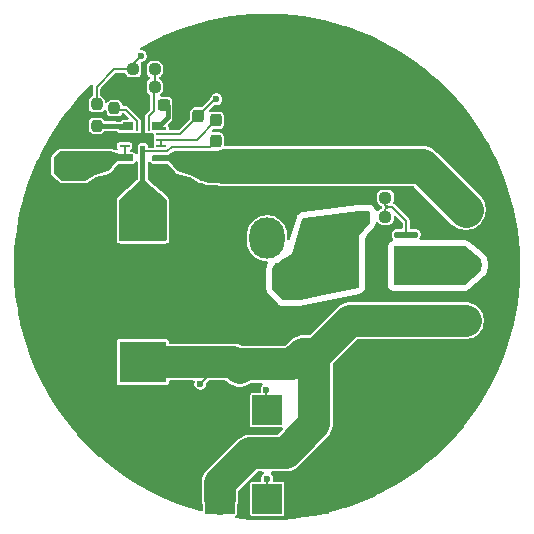
<source format=gtl>
%TF.GenerationSoftware,KiCad,Pcbnew,9.0.6*%
%TF.CreationDate,2025-12-14T23:52:50+01:00*%
%TF.ProjectId,ledConnect,6c656443-6f6e-46e6-9563-742e6b696361,rev?*%
%TF.SameCoordinates,Original*%
%TF.FileFunction,Copper,L1,Top*%
%TF.FilePolarity,Positive*%
%FSLAX46Y46*%
G04 Gerber Fmt 4.6, Leading zero omitted, Abs format (unit mm)*
G04 Created by KiCad (PCBNEW 9.0.6) date 2025-12-14 23:52:50*
%MOMM*%
%LPD*%
G01*
G04 APERTURE LIST*
G04 Aperture macros list*
%AMRoundRect*
0 Rectangle with rounded corners*
0 $1 Rounding radius*
0 $2 $3 $4 $5 $6 $7 $8 $9 X,Y pos of 4 corners*
0 Add a 4 corners polygon primitive as box body*
4,1,4,$2,$3,$4,$5,$6,$7,$8,$9,$2,$3,0*
0 Add four circle primitives for the rounded corners*
1,1,$1+$1,$2,$3*
1,1,$1+$1,$4,$5*
1,1,$1+$1,$6,$7*
1,1,$1+$1,$8,$9*
0 Add four rect primitives between the rounded corners*
20,1,$1+$1,$2,$3,$4,$5,0*
20,1,$1+$1,$4,$5,$6,$7,0*
20,1,$1+$1,$6,$7,$8,$9,0*
20,1,$1+$1,$8,$9,$2,$3,0*%
%AMFreePoly0*
4,1,17,0.635355,0.585355,0.650000,0.550000,0.650000,-0.550000,0.635355,-0.585355,0.600000,-0.600000,-0.600000,-0.600000,-0.635355,-0.585355,-0.650000,-0.550000,-0.650000,0.200000,-0.635355,0.235355,-0.600000,0.250000,-0.250000,0.250000,-0.250000,0.550000,-0.235355,0.585355,-0.200000,0.600000,0.600000,0.600000,0.635355,0.585355,0.635355,0.585355,$1*%
%AMFreePoly1*
4,1,17,0.585355,0.325355,0.600000,0.290000,0.600000,-0.310000,0.585355,-0.345355,0.550000,-0.360000,-0.200000,-0.360000,-0.235355,-0.345355,-0.250000,-0.310000,-0.250000,0.100000,-0.570000,0.100000,-0.605355,0.114645,-0.620000,0.150000,-0.620000,0.290000,-0.605355,0.325355,-0.570000,0.340000,0.550000,0.340000,0.585355,0.325355,0.585355,0.325355,$1*%
%AMFreePoly2*
4,1,17,0.605355,0.325355,0.620000,0.290000,0.620000,0.150000,0.605355,0.114645,0.570000,0.100000,0.250000,0.100000,0.250000,-0.310000,0.235355,-0.345355,0.200000,-0.360000,-0.550000,-0.360000,-0.585355,-0.345355,-0.600000,-0.310000,-0.600000,0.290000,-0.585355,0.325355,-0.550000,0.340000,0.570000,0.340000,0.605355,0.325355,0.605355,0.325355,$1*%
%AMFreePoly3*
4,1,17,0.235355,0.585355,0.250000,0.550000,0.250000,0.250000,0.600000,0.250000,0.635355,0.235355,0.650000,0.200000,0.650000,-0.550000,0.635355,-0.585355,0.600000,-0.600000,-0.600000,-0.600000,-0.635355,-0.585355,-0.650000,-0.550000,-0.650000,0.550000,-0.635355,0.585355,-0.600000,0.600000,0.200000,0.600000,0.235355,0.585355,0.235355,0.585355,$1*%
G04 Aperture macros list end*
%TA.AperFunction,SMDPad,CuDef*%
%ADD10R,2.500000X2.500000*%
%TD*%
%TA.AperFunction,SMDPad,CuDef*%
%ADD11RoundRect,0.250000X1.100000X-0.412500X1.100000X0.412500X-1.100000X0.412500X-1.100000X-0.412500X0*%
%TD*%
%TA.AperFunction,SMDPad,CuDef*%
%ADD12RoundRect,0.237500X-0.237500X0.300000X-0.237500X-0.300000X0.237500X-0.300000X0.237500X0.300000X0*%
%TD*%
%TA.AperFunction,SMDPad,CuDef*%
%ADD13RoundRect,0.237500X0.237500X-0.250000X0.237500X0.250000X-0.237500X0.250000X-0.237500X-0.250000X0*%
%TD*%
%TA.AperFunction,SMDPad,CuDef*%
%ADD14FreePoly0,180.000000*%
%TD*%
%TA.AperFunction,SMDPad,CuDef*%
%ADD15R,1.100000X0.400000*%
%TD*%
%TA.AperFunction,SMDPad,CuDef*%
%ADD16R,0.850000X0.250000*%
%TD*%
%TA.AperFunction,SMDPad,CuDef*%
%ADD17FreePoly1,180.000000*%
%TD*%
%TA.AperFunction,SMDPad,CuDef*%
%ADD18R,0.250000X0.700000*%
%TD*%
%TA.AperFunction,SMDPad,CuDef*%
%ADD19R,0.250000X0.850000*%
%TD*%
%TA.AperFunction,SMDPad,CuDef*%
%ADD20FreePoly2,180.000000*%
%TD*%
%TA.AperFunction,SMDPad,CuDef*%
%ADD21FreePoly3,180.000000*%
%TD*%
%TA.AperFunction,SMDPad,CuDef*%
%ADD22R,0.400000X3.000000*%
%TD*%
%TA.AperFunction,SMDPad,CuDef*%
%ADD23O,2.050000X0.590000*%
%TD*%
%TA.AperFunction,SMDPad,CuDef*%
%ADD24RoundRect,0.237500X-0.250000X-0.237500X0.250000X-0.237500X0.250000X0.237500X-0.250000X0.237500X0*%
%TD*%
%TA.AperFunction,SMDPad,CuDef*%
%ADD25R,4.000000X3.500000*%
%TD*%
%TA.AperFunction,SMDPad,CuDef*%
%ADD26RoundRect,0.237500X0.237500X-0.300000X0.237500X0.300000X-0.237500X0.300000X-0.237500X-0.300000X0*%
%TD*%
%TA.AperFunction,SMDPad,CuDef*%
%ADD27RoundRect,0.250000X-0.475000X0.337500X-0.475000X-0.337500X0.475000X-0.337500X0.475000X0.337500X0*%
%TD*%
%TA.AperFunction,ComponentPad*%
%ADD28O,2.700000X1.800000*%
%TD*%
%TA.AperFunction,ComponentPad*%
%ADD29C,1.600000*%
%TD*%
%TA.AperFunction,SMDPad,CuDef*%
%ADD30RoundRect,0.237500X0.300000X0.237500X-0.300000X0.237500X-0.300000X-0.237500X0.300000X-0.237500X0*%
%TD*%
%TA.AperFunction,SMDPad,CuDef*%
%ADD31RoundRect,0.237500X0.250000X0.237500X-0.250000X0.237500X-0.250000X-0.237500X0.250000X-0.237500X0*%
%TD*%
%TA.AperFunction,ComponentPad*%
%ADD32O,3.000000X3.500000*%
%TD*%
%TA.AperFunction,ViaPad*%
%ADD33C,0.600000*%
%TD*%
%TA.AperFunction,Conductor*%
%ADD34C,2.700000*%
%TD*%
%TA.AperFunction,Conductor*%
%ADD35C,0.200000*%
%TD*%
%TA.AperFunction,Conductor*%
%ADD36C,2.500000*%
%TD*%
%TA.AperFunction,Conductor*%
%ADD37C,3.000000*%
%TD*%
%TA.AperFunction,Conductor*%
%ADD38C,0.400000*%
%TD*%
G04 APERTURE END LIST*
D10*
%TO.P,TP6,1,1*%
%TO.N,GND*%
X156810000Y-112500000D03*
%TD*%
D11*
%TO.P,Cout1,1*%
%TO.N,VDC*%
X150482500Y-101452500D03*
%TO.P,Cout1,2*%
%TO.N,GND*%
X150482500Y-98327500D03*
%TD*%
D12*
%TO.P,Cinx1,1*%
%TO.N,VIN2*%
X145732500Y-84007500D03*
%TO.P,Cinx1,2*%
%TO.N,GND*%
X145732500Y-85732500D03*
%TD*%
D10*
%TO.P,TP3,1,1*%
%TO.N,VDC*%
X148810000Y-112500000D03*
%TD*%
D13*
%TO.P,Rt1,1*%
%TO.N,Net-(U2-RT)*%
X139882500Y-79432500D03*
%TO.P,Rt1,2*%
%TO.N,GND*%
X139882500Y-77607500D03*
%TD*%
D12*
%TO.P,Cinx2,1*%
%TO.N,VIN2*%
X138852500Y-84037500D03*
%TO.P,Cinx2,2*%
%TO.N,GND*%
X138852500Y-85762500D03*
%TD*%
D14*
%TO.P,U2,1,PGND2*%
%TO.N,GND*%
X143662500Y-85030000D03*
D15*
%TO.P,U2,2,VIN2*%
%TO.N,VIN2*%
X143702500Y-83670000D03*
D16*
%TO.P,U2,3,RBOOT*%
%TO.N,CBOOT*%
X143832500Y-82600000D03*
%TO.P,U2,4,CBOOT*%
X143832500Y-82100000D03*
%TO.P,U2,5,BIAS*%
%TO.N,VDC*%
X143832500Y-81600000D03*
D17*
%TO.P,U2,6,VCC*%
%TO.N,Net-(U2-VCC)*%
X143682500Y-80950000D03*
D18*
%TO.P,U2,7,FB*%
%TO.N,FB*%
X142782500Y-81000000D03*
D19*
%TO.P,U2,8,AGND*%
%TO.N,GND*%
X142282500Y-81070000D03*
D18*
%TO.P,U2,9,RT*%
%TO.N,Net-(U2-RT)*%
X141782500Y-81000000D03*
D20*
%TO.P,U2,10,~{RESET}*%
%TO.N,Net-(U2-~{RESET})*%
X140882500Y-80950000D03*
D16*
%TO.P,U2,11,SPSP*%
%TO.N,GND*%
X140732500Y-81600000D03*
%TO.P,U2,12,SYNC/MODE*%
X140732500Y-82100000D03*
%TO.P,U2,13,EN*%
%TO.N,VIN2*%
X140732500Y-82600000D03*
D15*
%TO.P,U2,14,VIN1*%
X140862500Y-83670000D03*
D21*
%TO.P,U2,15,PGND1*%
%TO.N,GND*%
X140912500Y-85030000D03*
D22*
%TO.P,U2,16,SW*%
%TO.N,Net-(U2-SW)*%
X142282500Y-84080000D03*
%TD*%
D23*
%TO.P,Q1,1,S*%
%TO.N,Net-(Q1-S-Pad1)*%
X164582500Y-93937500D03*
%TO.P,Q1,2,S*%
X164582500Y-92657500D03*
%TO.P,Q1,3,S*%
X164582500Y-91397500D03*
%TO.P,Q1,4,G*%
%TO.N,Net-(Q1-G)*%
X164582500Y-90127500D03*
%TO.P,Q1,5,D*%
%TO.N,VIN*%
X159042500Y-90127500D03*
%TO.P,Q1,6,D*%
X159042500Y-91397500D03*
%TO.P,Q1,7,D*%
X159042500Y-92657500D03*
%TO.P,Q1,8,D*%
X159042500Y-93937500D03*
%TD*%
D24*
%TO.P,R1,1*%
%TO.N,VIN*%
X161000000Y-88600000D03*
%TO.P,R1,2*%
%TO.N,Net-(Q1-G)*%
X162825000Y-88600000D03*
%TD*%
D25*
%TO.P,L1,1,1*%
%TO.N,Net-(U2-SW)*%
X142282500Y-88920000D03*
%TO.P,L1,2,2*%
%TO.N,VDC*%
X142282500Y-100920000D03*
%TD*%
D10*
%TO.P,TP5,1,1*%
%TO.N,LED_DATA*%
X152810000Y-105000000D03*
%TD*%
D26*
%TO.P,Cbias1,1*%
%TO.N,VDC*%
X146982500Y-80082500D03*
%TO.P,Cbias1,2*%
%TO.N,GND*%
X146982500Y-78357500D03*
%TD*%
D27*
%TO.P,Cin2,1*%
%TO.N,VIN2*%
X136572500Y-84532500D03*
%TO.P,Cin2,2*%
%TO.N,GND*%
X136572500Y-86607500D03*
%TD*%
D26*
%TO.P,Cboot1,1*%
%TO.N,Net-(U2-SW)*%
X148482500Y-82182500D03*
%TO.P,Cboot1,2*%
%TO.N,CBOOT*%
X148482500Y-80457500D03*
%TD*%
D28*
%TO.P,SW1,1,1*%
%TO.N,VIN2*%
X169612500Y-88000000D03*
%TO.P,SW1,2,2*%
%TO.N,Net-(Q1-S-Pad1)*%
X169612500Y-92700000D03*
%TO.P,SW1,3,3*%
%TO.N,VDC*%
X169612500Y-97400000D03*
%TD*%
D13*
%TO.P,Rreset1,1*%
%TO.N,Net-(U2-~{RESET})*%
X138382500Y-80912500D03*
%TO.P,Rreset1,2*%
%TO.N,VDC*%
X138382500Y-79087500D03*
%TD*%
D10*
%TO.P,TP2,1,1*%
%TO.N,LED_DATA*%
X152800000Y-112500000D03*
%TD*%
%TO.P,TP4,1,1*%
%TO.N,VDC*%
X156810000Y-105000000D03*
%TD*%
D29*
%TO.P,C1,1,1*%
%TO.N,VDC*%
X155832500Y-100200000D03*
%TO.P,C1,2,2*%
%TO.N,GND*%
X160832500Y-100200000D03*
%TD*%
D27*
%TO.P,Cin1,1*%
%TO.N,VIN2*%
X147982500Y-84482500D03*
%TO.P,Cin1,2*%
%TO.N,GND*%
X147982500Y-86557500D03*
%TD*%
D30*
%TO.P,Cvcc1,1*%
%TO.N,Net-(U2-VCC)*%
X144045000Y-79120000D03*
%TO.P,Cvcc1,2*%
%TO.N,GND*%
X142320000Y-79120000D03*
%TD*%
D31*
%TO.P,R2,1*%
%TO.N,Net-(Q1-G)*%
X162825000Y-87000000D03*
%TO.P,R2,2*%
%TO.N,GND*%
X161000000Y-87000000D03*
%TD*%
D24*
%TO.P,Rfbb1,1*%
%TO.N,GND*%
X141457500Y-77620000D03*
%TO.P,Rfbb1,2*%
%TO.N,FB*%
X143282500Y-77620000D03*
%TD*%
D10*
%TO.P,TP1,1,1*%
%TO.N,GND*%
X148810000Y-105000000D03*
%TD*%
D31*
%TO.P,Rfbt1,1*%
%TO.N,FB*%
X143295000Y-76120000D03*
%TO.P,Rfbt1,2*%
%TO.N,VDC*%
X141470000Y-76120000D03*
%TD*%
D32*
%TO.P,U1,1,1*%
%TO.N,GND*%
X150812500Y-93900000D03*
%TO.P,U1,2,2*%
%TO.N,LED_DATA*%
X152812500Y-90440000D03*
%TO.P,U1,3,3*%
%TO.N,VIN*%
X154812500Y-93900000D03*
%TD*%
D33*
%TO.N,VDC*%
X147150000Y-102760000D03*
X148510000Y-78660000D03*
X142110000Y-75000000D03*
%TO.N,LED_DATA*%
X152810000Y-110775000D03*
X152750000Y-103250000D03*
%TO.N,VIN2*%
X135314764Y-85080000D03*
X135312500Y-84320000D03*
X146732500Y-84270000D03*
X136174764Y-83380000D03*
X149252500Y-85080000D03*
X137834764Y-84270000D03*
X146995918Y-83514609D03*
X148392500Y-83380000D03*
X135524764Y-83640000D03*
X136884764Y-83380000D03*
X149042500Y-83640000D03*
X137571346Y-83514609D03*
X147682500Y-83380000D03*
X149242500Y-84320000D03*
%TD*%
D34*
%TO.N,VDC*%
X156810000Y-105000000D02*
X156810000Y-100390000D01*
X154912500Y-101120000D02*
X155832500Y-100200000D01*
X159800000Y-97400000D02*
X157000000Y-100200000D01*
X156810000Y-100390000D02*
X157000000Y-100200000D01*
X154370000Y-108630000D02*
X151370000Y-108630000D01*
D35*
X139880000Y-76120000D02*
X138382500Y-77617500D01*
X148457500Y-101452500D02*
X150482500Y-101452500D01*
X145465000Y-81600000D02*
X146982500Y-80082500D01*
D34*
X148810000Y-111190000D02*
X148810000Y-112500000D01*
D35*
X147150000Y-102760000D02*
X148457500Y-101452500D01*
D34*
X169612500Y-97400000D02*
X159800000Y-97400000D01*
X156810000Y-106190000D02*
X154370000Y-108630000D01*
X142282500Y-100920000D02*
X149950000Y-100920000D01*
D35*
X143832500Y-81600000D02*
X145465000Y-81600000D01*
X148405000Y-78660000D02*
X148510000Y-78660000D01*
X146982500Y-80082500D02*
X148405000Y-78660000D01*
X138382500Y-77617500D02*
X138382500Y-79087500D01*
X141470000Y-76120000D02*
X141470000Y-75640000D01*
D34*
X149950000Y-100920000D02*
X150482500Y-101452500D01*
D35*
X141470000Y-76120000D02*
X139880000Y-76120000D01*
X141470000Y-75640000D02*
X142110000Y-75000000D01*
D34*
X151370000Y-108630000D02*
X148810000Y-111190000D01*
X155832500Y-100200000D02*
X157000000Y-100200000D01*
X150482500Y-101452500D02*
X150815000Y-101120000D01*
X150815000Y-101120000D02*
X154912500Y-101120000D01*
X156810000Y-105000000D02*
X156810000Y-106190000D01*
D35*
%TO.N,CBOOT*%
X143832500Y-82100000D02*
X143832500Y-82600000D01*
X146840000Y-82100000D02*
X143832500Y-82100000D01*
X148482500Y-80457500D02*
X146840000Y-82100000D01*
%TO.N,Net-(U2-SW)*%
X142282500Y-84080000D02*
X142282500Y-83120000D01*
X147975000Y-82690000D02*
X144712500Y-82690000D01*
X144322500Y-83080000D02*
X142482500Y-83080000D01*
X148482500Y-82182500D02*
X147975000Y-82690000D01*
X144712500Y-82690000D02*
X144322500Y-83080000D01*
X142482500Y-83080000D02*
X142282500Y-83280000D01*
X142282500Y-83280000D02*
X142282500Y-84080000D01*
%TO.N,Net-(Q1-G)*%
X163025000Y-87800000D02*
X162825000Y-87600000D01*
X163412500Y-87800000D02*
X163025000Y-87800000D01*
X164582500Y-90127500D02*
X164582500Y-88970000D01*
X162825000Y-87600000D02*
X162825000Y-87000000D01*
X163012500Y-87800000D02*
X162825000Y-87987500D01*
X162825000Y-87987500D02*
X162825000Y-88600000D01*
X164582500Y-88970000D02*
X163412500Y-87800000D01*
%TO.N,LED_DATA*%
X152750000Y-103250000D02*
X152750000Y-104940000D01*
X152810000Y-112490000D02*
X152800000Y-112500000D01*
X152810000Y-110775000D02*
X152810000Y-112490000D01*
X152750000Y-104940000D02*
X152810000Y-105000000D01*
%TO.N,VIN2*%
X140732500Y-83540000D02*
X140862500Y-83670000D01*
X140732500Y-82600000D02*
X140732500Y-83540000D01*
D36*
X149080000Y-84482500D02*
X147982500Y-84482500D01*
D34*
X149242500Y-84320000D02*
X149080000Y-84482500D01*
D37*
X165932500Y-84320000D02*
X149242500Y-84320000D01*
X169612500Y-88000000D02*
X165932500Y-84320000D01*
D38*
%TO.N,Net-(U2-VCC)*%
X144372500Y-80190000D02*
X144352500Y-80210000D01*
X144252500Y-79120000D02*
X144372500Y-79240000D01*
X144352500Y-80280000D02*
X143682500Y-80950000D01*
X144372500Y-79240000D02*
X144372500Y-80190000D01*
X144352500Y-80210000D02*
X144352500Y-80280000D01*
X144045000Y-79120000D02*
X144252500Y-79120000D01*
D35*
%TO.N,FB*%
X142782500Y-81000000D02*
X142782500Y-80110000D01*
X142782500Y-80110000D02*
X143192500Y-79700000D01*
X143282500Y-77620000D02*
X143282500Y-76132500D01*
X143192500Y-79700000D02*
X143192500Y-77710000D01*
X143192500Y-77710000D02*
X143282500Y-77620000D01*
X143282500Y-76132500D02*
X143295000Y-76120000D01*
D38*
%TO.N,Net-(U2-~{RESET})*%
X139862500Y-80912500D02*
X138382500Y-80912500D01*
X139900000Y-80950000D02*
X139862500Y-80912500D01*
X140882500Y-80950000D02*
X139900000Y-80950000D01*
D35*
%TO.N,Net-(U2-RT)*%
X139882500Y-79432500D02*
X140010000Y-79560000D01*
X141793500Y-80491008D02*
X141793500Y-81000000D01*
X140010000Y-79560000D02*
X140862492Y-79560000D01*
X140862492Y-79560000D02*
X141793500Y-80491008D01*
%TD*%
%TA.AperFunction,Conductor*%
%TO.N,Net-(U2-SW)*%
G36*
X142443039Y-82599685D02*
G01*
X142488794Y-82652489D01*
X142500000Y-82704000D01*
X142500000Y-85580000D01*
X144248350Y-87133003D01*
X144285398Y-87192240D01*
X144290000Y-87225709D01*
X144290000Y-90556000D01*
X144270315Y-90623039D01*
X144217511Y-90668794D01*
X144166000Y-90680000D01*
X140394000Y-90680000D01*
X140326961Y-90660315D01*
X140281206Y-90607511D01*
X140270000Y-90556000D01*
X140270000Y-87225916D01*
X140289685Y-87158877D01*
X140311908Y-87132981D01*
X142070000Y-85580000D01*
X142070000Y-82704000D01*
X142072550Y-82695314D01*
X142071262Y-82686353D01*
X142082240Y-82662312D01*
X142089685Y-82636961D01*
X142096525Y-82631033D01*
X142100287Y-82622797D01*
X142122521Y-82608507D01*
X142142489Y-82591206D01*
X142153003Y-82588918D01*
X142159065Y-82585023D01*
X142194000Y-82580000D01*
X142376000Y-82580000D01*
X142443039Y-82599685D01*
G37*
%TD.AperFunction*%
%TD*%
%TA.AperFunction,Conductor*%
%TO.N,VIN*%
G36*
X161455539Y-88119685D02*
G01*
X161501294Y-88172489D01*
X161512500Y-88224000D01*
X161512500Y-89055736D01*
X161492815Y-89122775D01*
X161484471Y-89134257D01*
X160612500Y-90199999D01*
X160612500Y-94499893D01*
X160592815Y-94566932D01*
X160540011Y-94612687D01*
X160514644Y-94621106D01*
X157188496Y-95338510D01*
X155702814Y-95658952D01*
X155525422Y-95697213D01*
X155499278Y-95700000D01*
X154167725Y-95700000D01*
X154100686Y-95680315D01*
X154075559Y-95658954D01*
X153244330Y-94735367D01*
X153214116Y-94672369D01*
X153212500Y-94652416D01*
X153212500Y-93129271D01*
X153225590Y-93073818D01*
X153450578Y-92623843D01*
X153498163Y-92572687D01*
X153514003Y-92564752D01*
X153699197Y-92488043D01*
X153926303Y-92356924D01*
X154134351Y-92197282D01*
X154136532Y-92195100D01*
X154168762Y-92171868D01*
X154912500Y-91800000D01*
X155789753Y-88778349D01*
X155827348Y-88719457D01*
X155890815Y-88690238D01*
X155893408Y-88689886D01*
X160604836Y-88100958D01*
X160620216Y-88100000D01*
X161388500Y-88100000D01*
X161455539Y-88119685D01*
G37*
%TD.AperFunction*%
%TD*%
%TA.AperFunction,Conductor*%
%TO.N,VIN2*%
G36*
X149358802Y-83089685D02*
G01*
X149379444Y-83106319D01*
X149786181Y-83513056D01*
X149819666Y-83574379D01*
X149822500Y-83600737D01*
X149822500Y-84930994D01*
X149802815Y-84998033D01*
X149779858Y-85024573D01*
X149187491Y-85539579D01*
X149123983Y-85568709D01*
X149106133Y-85570000D01*
X147215594Y-85570000D01*
X147153807Y-85553510D01*
X147129567Y-85539579D01*
X146312500Y-85070000D01*
X146312498Y-85069999D01*
X146312496Y-85069998D01*
X145219028Y-84760344D01*
X145159888Y-84723138D01*
X145158024Y-84720979D01*
X144482500Y-83920000D01*
X144482499Y-83920000D01*
X143206500Y-83920000D01*
X143139461Y-83900315D01*
X143093706Y-83847511D01*
X143082500Y-83796000D01*
X143082500Y-83504500D01*
X143102185Y-83437461D01*
X143154989Y-83391706D01*
X143206500Y-83380500D01*
X144362060Y-83380500D01*
X144362062Y-83380500D01*
X144438489Y-83360021D01*
X144507011Y-83320460D01*
X144562960Y-83264511D01*
X144610883Y-83216587D01*
X144661574Y-83185914D01*
X145014439Y-83075643D01*
X145051425Y-83070000D01*
X149291763Y-83070000D01*
X149358802Y-83089685D01*
G37*
%TD.AperFunction*%
%TD*%
%TA.AperFunction,Conductor*%
%TO.N,VIN2*%
G36*
X139552824Y-83075643D02*
G01*
X140334764Y-83320000D01*
X141360764Y-83320000D01*
X141427803Y-83339685D01*
X141473558Y-83392489D01*
X141484764Y-83444000D01*
X141484764Y-83796000D01*
X141465079Y-83863039D01*
X141412275Y-83908794D01*
X141360764Y-83920000D01*
X140084764Y-83920000D01*
X139646728Y-84439384D01*
X139409239Y-84720979D01*
X139350971Y-84759536D01*
X139348235Y-84760344D01*
X138254767Y-85069998D01*
X137413457Y-85553510D01*
X137351670Y-85570000D01*
X135461131Y-85570000D01*
X135394092Y-85550315D01*
X135379773Y-85539579D01*
X134787406Y-85024573D01*
X134749729Y-84965732D01*
X134744764Y-84930994D01*
X134744764Y-83600737D01*
X134764449Y-83533698D01*
X134781083Y-83513056D01*
X135187820Y-83106319D01*
X135249143Y-83072834D01*
X135275501Y-83070000D01*
X139515839Y-83070000D01*
X139552824Y-83075643D01*
G37*
%TD.AperFunction*%
%TD*%
%TA.AperFunction,Conductor*%
%TO.N,Net-(Q1-S-Pad1)*%
G36*
X169536652Y-91119685D02*
G01*
X169546223Y-91126497D01*
X170876497Y-92171712D01*
X170917050Y-92228608D01*
X170921479Y-92244897D01*
X171007636Y-92675682D01*
X171007636Y-92724319D01*
X170920894Y-93158027D01*
X170888444Y-93219904D01*
X170880000Y-93227856D01*
X169547327Y-94370148D01*
X169483616Y-94398831D01*
X169466629Y-94400000D01*
X163636500Y-94400000D01*
X163569461Y-94380315D01*
X163523706Y-94327511D01*
X163512500Y-94276000D01*
X163512500Y-91224000D01*
X163532185Y-91156961D01*
X163584989Y-91111206D01*
X163636500Y-91100000D01*
X169469613Y-91100000D01*
X169536652Y-91119685D01*
G37*
%TD.AperFunction*%
%TD*%
%TA.AperFunction,Conductor*%
%TO.N,GND*%
G36*
X153258357Y-71405186D02*
G01*
X154139093Y-71441615D01*
X154144171Y-71441930D01*
X155022658Y-71514724D01*
X155027673Y-71515243D01*
X155902426Y-71624281D01*
X155907497Y-71625019D01*
X156776953Y-71770106D01*
X156781962Y-71771049D01*
X157644687Y-71951944D01*
X157649654Y-71953093D01*
X158245622Y-72104012D01*
X158504166Y-72169484D01*
X158509109Y-72170845D01*
X159353954Y-72422367D01*
X159358784Y-72423915D01*
X160008366Y-72646916D01*
X160192506Y-72710132D01*
X160197318Y-72711896D01*
X160352203Y-72772332D01*
X161018509Y-73032325D01*
X161023173Y-73034257D01*
X161662064Y-73314501D01*
X161830448Y-73388361D01*
X161835069Y-73390502D01*
X162627039Y-73777673D01*
X162631479Y-73779958D01*
X163406768Y-74199523D01*
X163411212Y-74202049D01*
X163566024Y-74294297D01*
X164127493Y-74628860D01*
X164168442Y-74653260D01*
X164172790Y-74655974D01*
X164910733Y-75138096D01*
X164914964Y-75140988D01*
X165632346Y-75653188D01*
X165636427Y-75656231D01*
X165859357Y-75829744D01*
X166332037Y-76197646D01*
X166336016Y-76200877D01*
X166693376Y-76503545D01*
X166890747Y-76670710D01*
X167008638Y-76770558D01*
X167012476Y-76773946D01*
X167200761Y-76947275D01*
X167661015Y-77370969D01*
X167664713Y-77374518D01*
X168287981Y-77997786D01*
X168291530Y-78001484D01*
X168888549Y-78650019D01*
X168891941Y-78653861D01*
X169461622Y-79326483D01*
X169464853Y-79330462D01*
X169723110Y-79662270D01*
X170006262Y-80026064D01*
X170009311Y-80030153D01*
X170521511Y-80747535D01*
X170524403Y-80751766D01*
X171006525Y-81489709D01*
X171009239Y-81494057D01*
X171460450Y-82251287D01*
X171462982Y-82255743D01*
X171495300Y-82315462D01*
X171882531Y-83031002D01*
X171884835Y-83035478D01*
X172256632Y-83796000D01*
X172271983Y-83827401D01*
X172274138Y-83832051D01*
X172628227Y-84639290D01*
X172630188Y-84644025D01*
X172950603Y-85465181D01*
X172952367Y-85469993D01*
X173238576Y-86303690D01*
X173240140Y-86308571D01*
X173491654Y-87153391D01*
X173493015Y-87158333D01*
X173709403Y-88012832D01*
X173710558Y-88017825D01*
X173891447Y-88880523D01*
X173892395Y-88885560D01*
X174037479Y-89755001D01*
X174038218Y-89760073D01*
X174147251Y-90634785D01*
X174147779Y-90639883D01*
X174220567Y-91518309D01*
X174220885Y-91523425D01*
X174257313Y-92404142D01*
X174257419Y-92409266D01*
X174257419Y-93290733D01*
X174257313Y-93295857D01*
X174220885Y-94176574D01*
X174220567Y-94181690D01*
X174147779Y-95060116D01*
X174147251Y-95065214D01*
X174038218Y-95939926D01*
X174037479Y-95944998D01*
X173892395Y-96814439D01*
X173891447Y-96819476D01*
X173710558Y-97682174D01*
X173709403Y-97687167D01*
X173493015Y-98541666D01*
X173491654Y-98546608D01*
X173240140Y-99391428D01*
X173238576Y-99396309D01*
X172952367Y-100230006D01*
X172950603Y-100234818D01*
X172630188Y-101055974D01*
X172628227Y-101060709D01*
X172274138Y-101867948D01*
X172271983Y-101872598D01*
X171884845Y-102664501D01*
X171882521Y-102669017D01*
X171779779Y-102858868D01*
X171462982Y-103444256D01*
X171460450Y-103448712D01*
X171009239Y-104205942D01*
X171006525Y-104210290D01*
X170524403Y-104948233D01*
X170521511Y-104952464D01*
X170009311Y-105669846D01*
X170006247Y-105673955D01*
X169464853Y-106369537D01*
X169461622Y-106373516D01*
X168891941Y-107046138D01*
X168888549Y-107049980D01*
X168291530Y-107698515D01*
X168287981Y-107702213D01*
X167664713Y-108325481D01*
X167661015Y-108329030D01*
X167012480Y-108926049D01*
X167008638Y-108929441D01*
X166336016Y-109499122D01*
X166332037Y-109502353D01*
X165636455Y-110043747D01*
X165632346Y-110046811D01*
X164914964Y-110559011D01*
X164910733Y-110561903D01*
X164172790Y-111044025D01*
X164168442Y-111046739D01*
X163411212Y-111497950D01*
X163406756Y-111500482D01*
X162875639Y-111787908D01*
X162631517Y-111920021D01*
X162627001Y-111922345D01*
X162036911Y-112210822D01*
X161835098Y-112309483D01*
X161830448Y-112311638D01*
X161023209Y-112665727D01*
X161018474Y-112667688D01*
X160197318Y-112988103D01*
X160192506Y-112989867D01*
X159358809Y-113276076D01*
X159353928Y-113277640D01*
X158509108Y-113529154D01*
X158504166Y-113530515D01*
X157649667Y-113746903D01*
X157644674Y-113748058D01*
X156781976Y-113928947D01*
X156776939Y-113929895D01*
X155907498Y-114074979D01*
X155902426Y-114075718D01*
X155027714Y-114184751D01*
X155022616Y-114185279D01*
X154144190Y-114258067D01*
X154139074Y-114258385D01*
X153258358Y-114294813D01*
X153253234Y-114294919D01*
X152371766Y-114294919D01*
X152366642Y-114294813D01*
X151485925Y-114258385D01*
X151480809Y-114258067D01*
X150602383Y-114185279D01*
X150597285Y-114184751D01*
X150230646Y-114139049D01*
X150166556Y-114111223D01*
X150127684Y-114053165D01*
X150126372Y-113983308D01*
X150163035Y-113923830D01*
X150177090Y-113912901D01*
X150204552Y-113894552D01*
X150248867Y-113828231D01*
X150248867Y-113828229D01*
X150248868Y-113828229D01*
X150260499Y-113769752D01*
X150260500Y-113769750D01*
X150260500Y-113072979D01*
X150266569Y-113034661D01*
X150322321Y-112863076D01*
X150360500Y-112622027D01*
X150360500Y-111883600D01*
X150380185Y-111816561D01*
X150396819Y-111795919D01*
X150694788Y-111497950D01*
X151975919Y-110216819D01*
X152037242Y-110183334D01*
X152063600Y-110180500D01*
X152397324Y-110180500D01*
X152464363Y-110200185D01*
X152510118Y-110252989D01*
X152520062Y-110322147D01*
X152491037Y-110385703D01*
X152485005Y-110392181D01*
X152409502Y-110467683D01*
X152409500Y-110467686D01*
X152343608Y-110581812D01*
X152340125Y-110594812D01*
X152309500Y-110709108D01*
X152309500Y-110840892D01*
X152323571Y-110893409D01*
X152321909Y-110963256D01*
X152282747Y-111021119D01*
X152218519Y-111048623D01*
X152203797Y-111049500D01*
X151530247Y-111049500D01*
X151484950Y-111058510D01*
X151484948Y-111058511D01*
X151471769Y-111061133D01*
X151405448Y-111105448D01*
X151361133Y-111171769D01*
X151358511Y-111184948D01*
X151358510Y-111184950D01*
X151349500Y-111230247D01*
X151349500Y-113769752D01*
X151361131Y-113828229D01*
X151361132Y-113828230D01*
X151405447Y-113894552D01*
X151471769Y-113938867D01*
X151471770Y-113938868D01*
X151530247Y-113950499D01*
X151530250Y-113950500D01*
X151530252Y-113950500D01*
X154069750Y-113950500D01*
X154069751Y-113950499D01*
X154084568Y-113947552D01*
X154128229Y-113938868D01*
X154128229Y-113938867D01*
X154128231Y-113938867D01*
X154194552Y-113894552D01*
X154238867Y-113828231D01*
X154238867Y-113828229D01*
X154238868Y-113828229D01*
X154250499Y-113769752D01*
X154250500Y-113769750D01*
X154250500Y-111230249D01*
X154250499Y-111230247D01*
X154238868Y-111171770D01*
X154238867Y-111171769D01*
X154194552Y-111105447D01*
X154128230Y-111061132D01*
X154128229Y-111061131D01*
X154069752Y-111049500D01*
X154069748Y-111049500D01*
X153416203Y-111049500D01*
X153349164Y-111029815D01*
X153303409Y-110977011D01*
X153293465Y-110907853D01*
X153296424Y-110893422D01*
X153310500Y-110840892D01*
X153310500Y-110709108D01*
X153276392Y-110581814D01*
X153210500Y-110467686D01*
X153134995Y-110392181D01*
X153101510Y-110330858D01*
X153106494Y-110261166D01*
X153148366Y-110205233D01*
X153213830Y-110180816D01*
X153222676Y-110180500D01*
X154492026Y-110180500D01*
X154492027Y-110180500D01*
X154733076Y-110142321D01*
X154965185Y-110066904D01*
X155182639Y-109956106D01*
X155380083Y-109812655D01*
X157992655Y-107200083D01*
X158136106Y-107002639D01*
X158246904Y-106785185D01*
X158322321Y-106553076D01*
X158360500Y-106312027D01*
X158360500Y-106067973D01*
X158360500Y-104877973D01*
X158360500Y-101083600D01*
X158380185Y-101016561D01*
X158396819Y-100995919D01*
X160405919Y-98986819D01*
X160467242Y-98953334D01*
X160493600Y-98950500D01*
X169734526Y-98950500D01*
X169734527Y-98950500D01*
X169975576Y-98912321D01*
X170207685Y-98836904D01*
X170425139Y-98726106D01*
X170622583Y-98582655D01*
X170795155Y-98410083D01*
X170938606Y-98212639D01*
X171049404Y-97995185D01*
X171124821Y-97763076D01*
X171163000Y-97522027D01*
X171163000Y-97277973D01*
X171124821Y-97036924D01*
X171049404Y-96804815D01*
X170938606Y-96587361D01*
X170920279Y-96562136D01*
X170795160Y-96389923D01*
X170795156Y-96389918D01*
X170622581Y-96217343D01*
X170622576Y-96217339D01*
X170425142Y-96073896D01*
X170425141Y-96073895D01*
X170425139Y-96073894D01*
X170207685Y-95963096D01*
X169975576Y-95887679D01*
X169975574Y-95887678D01*
X169975572Y-95887678D01*
X169807269Y-95861021D01*
X169734527Y-95849500D01*
X159922027Y-95849500D01*
X159677973Y-95849500D01*
X159622093Y-95858350D01*
X159436927Y-95887678D01*
X159204812Y-95963097D01*
X158987357Y-96073896D01*
X158789923Y-96217339D01*
X158789918Y-96217343D01*
X156394081Y-98613181D01*
X156332758Y-98646666D01*
X156306400Y-98649500D01*
X155954526Y-98649500D01*
X155710473Y-98649500D01*
X155630123Y-98662226D01*
X155469422Y-98687679D01*
X155469419Y-98687679D01*
X155237311Y-98763097D01*
X155019857Y-98873896D01*
X154822423Y-99017339D01*
X154822418Y-99017343D01*
X154306581Y-99533181D01*
X154245258Y-99566666D01*
X154218900Y-99569500D01*
X150744533Y-99569500D01*
X150688238Y-99555985D01*
X150545187Y-99483097D01*
X150545186Y-99483096D01*
X150545185Y-99483096D01*
X150313076Y-99407679D01*
X150313074Y-99407678D01*
X150313072Y-99407678D01*
X150144769Y-99381021D01*
X150072027Y-99369500D01*
X150072026Y-99369500D01*
X144607000Y-99369500D01*
X144539961Y-99349815D01*
X144494206Y-99297011D01*
X144483000Y-99245500D01*
X144483000Y-99150249D01*
X144482999Y-99150247D01*
X144471368Y-99091770D01*
X144471367Y-99091769D01*
X144427052Y-99025447D01*
X144360730Y-98981132D01*
X144360729Y-98981131D01*
X144302252Y-98969500D01*
X144302248Y-98969500D01*
X140262752Y-98969500D01*
X140262747Y-98969500D01*
X140204270Y-98981131D01*
X140204269Y-98981132D01*
X140137947Y-99025447D01*
X140093632Y-99091769D01*
X140093631Y-99091770D01*
X140082000Y-99150247D01*
X140082000Y-102689752D01*
X140093631Y-102748229D01*
X140093632Y-102748230D01*
X140137947Y-102814552D01*
X140204269Y-102858867D01*
X140204270Y-102858868D01*
X140262747Y-102870499D01*
X140262750Y-102870500D01*
X140262752Y-102870500D01*
X144302250Y-102870500D01*
X144302251Y-102870499D01*
X144317068Y-102867552D01*
X144360729Y-102858868D01*
X144360729Y-102858867D01*
X144360731Y-102858867D01*
X144427052Y-102814552D01*
X144471367Y-102748231D01*
X144471367Y-102748229D01*
X144471368Y-102748229D01*
X144482999Y-102689752D01*
X144483000Y-102689750D01*
X144483000Y-102594500D01*
X144502685Y-102527461D01*
X144555489Y-102481706D01*
X144607000Y-102470500D01*
X146547816Y-102470500D01*
X146614855Y-102490185D01*
X146660610Y-102542989D01*
X146670554Y-102612147D01*
X146667593Y-102626580D01*
X146649500Y-102694108D01*
X146649500Y-102694110D01*
X146649500Y-102825891D01*
X146683608Y-102953187D01*
X146690325Y-102964821D01*
X146749500Y-103067314D01*
X146842686Y-103160500D01*
X146956814Y-103226392D01*
X147084108Y-103260500D01*
X147084110Y-103260500D01*
X147215890Y-103260500D01*
X147215892Y-103260500D01*
X147343186Y-103226392D01*
X147457314Y-103160500D01*
X147550500Y-103067314D01*
X147616392Y-102953186D01*
X147650500Y-102825892D01*
X147650500Y-102735832D01*
X147659144Y-102706391D01*
X147665668Y-102676405D01*
X147669422Y-102671389D01*
X147670185Y-102668793D01*
X147686814Y-102648156D01*
X147828153Y-102506816D01*
X147889475Y-102473334D01*
X147915833Y-102470500D01*
X149256400Y-102470500D01*
X149323439Y-102490185D01*
X149344081Y-102506819D01*
X149472418Y-102635156D01*
X149472423Y-102635160D01*
X149628052Y-102748230D01*
X149669861Y-102778606D01*
X149887315Y-102889404D01*
X150119424Y-102964821D01*
X150360473Y-103003000D01*
X150360474Y-103003000D01*
X150604526Y-103003000D01*
X150604527Y-103003000D01*
X150845576Y-102964821D01*
X151077685Y-102889404D01*
X151295139Y-102778606D01*
X151409893Y-102695233D01*
X151411340Y-102694182D01*
X151477146Y-102670702D01*
X151484225Y-102670500D01*
X152322324Y-102670500D01*
X152389363Y-102690185D01*
X152435118Y-102742989D01*
X152445062Y-102812147D01*
X152416037Y-102875703D01*
X152410005Y-102882181D01*
X152349502Y-102942683D01*
X152349500Y-102942686D01*
X152283608Y-103056812D01*
X152249500Y-103184108D01*
X152249500Y-103315891D01*
X152270270Y-103393407D01*
X152268607Y-103463257D01*
X152229444Y-103521119D01*
X152165216Y-103548623D01*
X152150495Y-103549500D01*
X151540247Y-103549500D01*
X151481770Y-103561131D01*
X151481769Y-103561132D01*
X151415447Y-103605447D01*
X151371132Y-103671769D01*
X151371131Y-103671770D01*
X151359500Y-103730247D01*
X151359500Y-106269752D01*
X151371131Y-106328229D01*
X151371132Y-106328230D01*
X151415447Y-106394552D01*
X151481769Y-106438867D01*
X151481770Y-106438868D01*
X151540247Y-106450499D01*
X151540250Y-106450500D01*
X154057400Y-106450500D01*
X154124439Y-106470185D01*
X154170194Y-106522989D01*
X154180138Y-106592147D01*
X154151113Y-106655703D01*
X154145081Y-106662181D01*
X153764081Y-107043181D01*
X153702758Y-107076666D01*
X153676400Y-107079500D01*
X151492027Y-107079500D01*
X151247973Y-107079500D01*
X151192093Y-107088350D01*
X151006927Y-107117678D01*
X150774812Y-107193097D01*
X150557357Y-107303896D01*
X150359923Y-107447339D01*
X150359918Y-107447343D01*
X147627343Y-110179918D01*
X147627339Y-110179923D01*
X147483896Y-110377357D01*
X147373097Y-110594812D01*
X147297678Y-110826927D01*
X147259500Y-111067973D01*
X147259500Y-112622026D01*
X147297678Y-112863072D01*
X147353431Y-113034661D01*
X147359500Y-113072979D01*
X147359500Y-113431638D01*
X147352688Y-113454833D01*
X147350150Y-113478875D01*
X147343022Y-113487753D01*
X147339815Y-113498677D01*
X147321546Y-113514507D01*
X147306411Y-113533361D01*
X147295614Y-113536976D01*
X147287011Y-113544432D01*
X147263081Y-113547872D01*
X147240159Y-113555550D01*
X147222589Y-113553694D01*
X147217853Y-113554376D01*
X147205060Y-113551844D01*
X147120833Y-113530515D01*
X147115891Y-113529154D01*
X146271071Y-113277640D01*
X146266190Y-113276076D01*
X145432493Y-112989867D01*
X145427681Y-112988103D01*
X144799441Y-112742964D01*
X144606514Y-112667683D01*
X144601802Y-112665732D01*
X144380923Y-112568845D01*
X143794551Y-112311638D01*
X143789901Y-112309483D01*
X142997978Y-111922335D01*
X142993502Y-111920031D01*
X142218243Y-111500482D01*
X142213787Y-111497950D01*
X141456557Y-111046739D01*
X141452209Y-111044025D01*
X140714266Y-110561903D01*
X140710035Y-110559011D01*
X139992653Y-110046811D01*
X139988564Y-110043762D01*
X139688544Y-109810248D01*
X139292962Y-109502353D01*
X139288983Y-109499122D01*
X138616361Y-108929441D01*
X138612519Y-108926049D01*
X137963984Y-108329030D01*
X137960286Y-108325481D01*
X137337018Y-107702213D01*
X137333469Y-107698515D01*
X136970196Y-107303896D01*
X136736446Y-107049976D01*
X136733058Y-107046138D01*
X136163377Y-106373516D01*
X136160146Y-106369537D01*
X135925429Y-106067973D01*
X135618731Y-105673927D01*
X135615688Y-105669846D01*
X135103488Y-104952464D01*
X135100596Y-104948233D01*
X134618474Y-104210290D01*
X134615760Y-104205942D01*
X134164549Y-103448712D01*
X134162017Y-103444256D01*
X134092550Y-103315892D01*
X133742458Y-102668979D01*
X133740173Y-102664539D01*
X133353002Y-101872569D01*
X133350861Y-101867948D01*
X133277001Y-101699564D01*
X132996757Y-101060673D01*
X132994825Y-101056009D01*
X132674396Y-100234818D01*
X132672632Y-100230006D01*
X132441240Y-99555985D01*
X132386415Y-99396284D01*
X132384867Y-99391454D01*
X132133345Y-98546608D01*
X132131984Y-98541666D01*
X131915596Y-97687167D01*
X131914441Y-97682174D01*
X131880862Y-97522027D01*
X131733549Y-96819462D01*
X131732604Y-96814439D01*
X131694711Y-96587361D01*
X131587519Y-95944997D01*
X131586781Y-95939926D01*
X131575509Y-95849500D01*
X131477743Y-95065173D01*
X131477224Y-95060158D01*
X131404430Y-94181671D01*
X131404114Y-94176574D01*
X131380748Y-93611650D01*
X131367687Y-93295857D01*
X131367581Y-93290733D01*
X131367581Y-92409266D01*
X131367687Y-92404142D01*
X131379979Y-92106947D01*
X131404115Y-91523403D01*
X131404432Y-91518309D01*
X131409384Y-91458549D01*
X131477224Y-90639836D01*
X131477743Y-90634831D01*
X131586781Y-89760066D01*
X131587520Y-89755001D01*
X131591525Y-89731001D01*
X131732608Y-88885537D01*
X131733547Y-88880546D01*
X131914446Y-88017801D01*
X131915590Y-88012855D01*
X132131986Y-87158322D01*
X132133345Y-87153391D01*
X132160908Y-87060810D01*
X132384871Y-86308531D01*
X132386410Y-86303729D01*
X132672634Y-85469985D01*
X132674396Y-85465181D01*
X132994832Y-84643972D01*
X132996750Y-84639342D01*
X133350864Y-83832042D01*
X133352993Y-83827449D01*
X133463824Y-83600740D01*
X134539264Y-83600740D01*
X134539264Y-84930993D01*
X134541330Y-84960060D01*
X134541330Y-84960066D01*
X134541331Y-84960070D01*
X134546296Y-84994808D01*
X134572607Y-85065621D01*
X134576668Y-85076550D01*
X134576669Y-85076552D01*
X134605386Y-85121398D01*
X134614344Y-85135388D01*
X134652576Y-85179657D01*
X135019261Y-85498454D01*
X135244965Y-85694682D01*
X135256470Y-85703976D01*
X135256483Y-85703986D01*
X135256497Y-85703997D01*
X135270816Y-85714733D01*
X135336194Y-85747490D01*
X135358540Y-85754051D01*
X135403225Y-85767173D01*
X135403227Y-85767173D01*
X135403233Y-85767175D01*
X135461131Y-85775500D01*
X135461135Y-85775500D01*
X137351671Y-85775500D01*
X137356657Y-85774845D01*
X137404660Y-85768551D01*
X137466447Y-85752061D01*
X137515854Y-85731681D01*
X138321898Y-85268435D01*
X138349893Y-85256640D01*
X139404228Y-84958069D01*
X139406439Y-84957429D01*
X139409175Y-84956621D01*
X139457134Y-84934285D01*
X139464366Y-84930917D01*
X139464367Y-84930915D01*
X139464374Y-84930913D01*
X139522642Y-84892356D01*
X139554527Y-84863971D01*
X139566327Y-84853468D01*
X139566330Y-84853465D01*
X139768704Y-84613506D01*
X139803818Y-84571870D01*
X139803819Y-84571871D01*
X140143121Y-84169556D01*
X140201390Y-84131000D01*
X140237911Y-84125500D01*
X141360755Y-84125500D01*
X141360764Y-84125500D01*
X141404448Y-84120803D01*
X141433639Y-84114452D01*
X141455938Y-84109602D01*
X141455954Y-84109598D01*
X141455959Y-84109597D01*
X141466137Y-84107110D01*
X141546849Y-84064100D01*
X141599653Y-84018345D01*
X141617607Y-84000754D01*
X141632280Y-83974521D01*
X141682186Y-83925623D01*
X141750607Y-83911469D01*
X141815819Y-83936552D01*
X141857118Y-83992910D01*
X141864500Y-84035056D01*
X141864500Y-85431415D01*
X141844815Y-85498454D01*
X141822592Y-85524350D01*
X140175873Y-86978951D01*
X140175854Y-86978970D01*
X140155958Y-86999153D01*
X140133737Y-87025046D01*
X140118849Y-87052464D01*
X140118844Y-87052473D01*
X140114318Y-87060810D01*
X140093633Y-87091769D01*
X140090312Y-87108463D01*
X140086125Y-87122721D01*
X140086119Y-87122735D01*
X140072827Y-87168007D01*
X140064500Y-87225919D01*
X140064500Y-90556007D01*
X140069196Y-90599682D01*
X140072272Y-90613818D01*
X140079166Y-90645511D01*
X140082000Y-90671866D01*
X140082000Y-90689752D01*
X140093631Y-90748229D01*
X140093632Y-90748230D01*
X140137947Y-90814552D01*
X140204269Y-90858867D01*
X140204270Y-90858868D01*
X140262747Y-90870499D01*
X140262750Y-90870500D01*
X140262752Y-90870500D01*
X140295539Y-90870500D01*
X140330475Y-90875523D01*
X140336094Y-90877173D01*
X140336096Y-90877173D01*
X140336102Y-90877175D01*
X140394000Y-90885500D01*
X140394004Y-90885500D01*
X144165991Y-90885500D01*
X144166000Y-90885500D01*
X144209684Y-90880803D01*
X144244017Y-90873334D01*
X144270376Y-90870500D01*
X144302250Y-90870500D01*
X144302251Y-90870499D01*
X144317068Y-90867552D01*
X144360729Y-90858868D01*
X144360729Y-90858867D01*
X144360731Y-90858867D01*
X144427052Y-90814552D01*
X144471367Y-90748231D01*
X144471367Y-90748229D01*
X144471368Y-90748229D01*
X144482999Y-90689752D01*
X144483000Y-90689750D01*
X144483000Y-90645944D01*
X144486962Y-90618382D01*
X144486233Y-90618224D01*
X144487170Y-90613913D01*
X144487175Y-90613898D01*
X144495500Y-90556000D01*
X144495500Y-90078549D01*
X151112000Y-90078549D01*
X151112000Y-90801450D01*
X151112001Y-90801466D01*
X151141094Y-91022452D01*
X151141095Y-91022457D01*
X151141096Y-91022463D01*
X151195098Y-91224001D01*
X151198790Y-91237780D01*
X151198793Y-91237790D01*
X151284093Y-91443722D01*
X151284095Y-91443726D01*
X151395552Y-91636774D01*
X151395557Y-91636780D01*
X151395558Y-91636782D01*
X151531251Y-91813622D01*
X151531257Y-91813629D01*
X151688870Y-91971242D01*
X151688876Y-91971247D01*
X151865726Y-92106948D01*
X152058774Y-92218405D01*
X152264719Y-92303710D01*
X152480037Y-92361404D01*
X152701043Y-92390500D01*
X152701050Y-92390500D01*
X152801447Y-92390500D01*
X152868486Y-92410185D01*
X152914241Y-92462989D01*
X152924185Y-92532147D01*
X152912357Y-92569951D01*
X152835174Y-92724318D01*
X152773455Y-92847755D01*
X152733612Y-92957681D01*
X152733610Y-92957689D01*
X152720521Y-93013133D01*
X152720521Y-93013137D01*
X152707000Y-93129271D01*
X152707000Y-94652416D01*
X152707248Y-94658543D01*
X152708650Y-94693228D01*
X152710266Y-94713178D01*
X152715201Y-94753697D01*
X152715201Y-94753699D01*
X152758326Y-94890970D01*
X152788534Y-94953956D01*
X152788544Y-94953975D01*
X152859614Y-95060116D01*
X152868595Y-95073529D01*
X153699824Y-95997116D01*
X153748146Y-96044091D01*
X153773271Y-96065450D01*
X153773275Y-96065454D01*
X153784661Y-96073894D01*
X153827389Y-96105567D01*
X153958266Y-96165338D01*
X154025305Y-96185023D01*
X154025309Y-96185024D01*
X154167725Y-96205500D01*
X154167728Y-96205500D01*
X155499274Y-96205500D01*
X155499278Y-96205500D01*
X155499285Y-96205499D01*
X155499303Y-96205499D01*
X155552846Y-96202653D01*
X155552851Y-96202652D01*
X155552862Y-96202652D01*
X155552873Y-96202650D01*
X155552883Y-96202650D01*
X155578989Y-96199867D01*
X155578994Y-96199866D01*
X155579006Y-96199865D01*
X155632001Y-96191350D01*
X160621223Y-95115243D01*
X160663488Y-95103707D01*
X160673859Y-95100877D01*
X160673863Y-95100875D01*
X160673873Y-95100873D01*
X160699240Y-95092454D01*
X160750004Y-95072506D01*
X160871043Y-94994718D01*
X160923847Y-94948963D01*
X161018067Y-94840229D01*
X161077838Y-94709352D01*
X161097523Y-94642313D01*
X161097524Y-94642309D01*
X161118000Y-94499893D01*
X161118000Y-90424707D01*
X161137685Y-90357668D01*
X161146029Y-90346185D01*
X161271581Y-90192733D01*
X161875706Y-89454359D01*
X161893398Y-89431425D01*
X161901742Y-89419943D01*
X161918067Y-89396072D01*
X161977838Y-89265195D01*
X161997523Y-89198156D01*
X161997524Y-89198152D01*
X162003304Y-89157949D01*
X162032326Y-89094396D01*
X162091103Y-89056620D01*
X162160973Y-89056618D01*
X162219752Y-89094391D01*
X162225810Y-89101961D01*
X162261788Y-89150710D01*
X162261790Y-89150712D01*
X162368023Y-89229115D01*
X162368024Y-89229115D01*
X162368025Y-89229116D01*
X162492651Y-89272725D01*
X162492650Y-89272725D01*
X162522240Y-89275500D01*
X162522244Y-89275500D01*
X163127760Y-89275500D01*
X163157349Y-89272725D01*
X163281975Y-89229116D01*
X163388211Y-89150711D01*
X163466616Y-89044475D01*
X163510225Y-88919849D01*
X163511265Y-88908757D01*
X163513000Y-88890260D01*
X163513000Y-88624833D01*
X163532685Y-88557794D01*
X163585489Y-88512039D01*
X163654647Y-88502095D01*
X163718203Y-88531120D01*
X163724681Y-88537152D01*
X164245681Y-89058152D01*
X164279166Y-89119475D01*
X164282000Y-89145833D01*
X164282000Y-89508000D01*
X164262315Y-89575039D01*
X164209511Y-89620794D01*
X164158000Y-89632000D01*
X163787266Y-89632000D01*
X163661242Y-89665767D01*
X163548256Y-89731001D01*
X163548253Y-89731003D01*
X163456003Y-89823253D01*
X163456001Y-89823256D01*
X163390767Y-89936242D01*
X163357000Y-90062266D01*
X163357000Y-90192733D01*
X163390767Y-90318757D01*
X163406603Y-90346185D01*
X163456001Y-90431744D01*
X163456003Y-90431746D01*
X163458623Y-90434366D01*
X163460126Y-90437119D01*
X163460948Y-90438190D01*
X163460781Y-90438318D01*
X163492108Y-90495689D01*
X163487124Y-90565381D01*
X163445252Y-90621314D01*
X163410104Y-90639701D01*
X163374996Y-90651386D01*
X163253962Y-90729171D01*
X163253951Y-90729179D01*
X163201159Y-90774923D01*
X163106933Y-90883664D01*
X163106930Y-90883668D01*
X163047164Y-91014534D01*
X163047162Y-91014541D01*
X163027477Y-91081580D01*
X163027476Y-91081584D01*
X163007000Y-91224000D01*
X163007000Y-94276000D01*
X163007001Y-94276009D01*
X163018552Y-94383450D01*
X163018554Y-94383462D01*
X163029760Y-94434972D01*
X163063883Y-94537497D01*
X163063886Y-94537503D01*
X163141671Y-94658537D01*
X163141679Y-94658548D01*
X163187423Y-94711340D01*
X163187426Y-94711343D01*
X163187430Y-94711347D01*
X163296164Y-94805567D01*
X163296167Y-94805568D01*
X163296168Y-94805569D01*
X163352045Y-94831088D01*
X163427041Y-94865338D01*
X163494080Y-94885023D01*
X163494084Y-94885024D01*
X163636500Y-94905500D01*
X163636503Y-94905500D01*
X169466625Y-94905500D01*
X169466629Y-94905500D01*
X169501334Y-94904307D01*
X169518321Y-94903138D01*
X169544729Y-94900406D01*
X169552859Y-94899566D01*
X169552860Y-94899565D01*
X169552866Y-94899565D01*
X169691134Y-94859772D01*
X169754845Y-94831089D01*
X169754846Y-94831088D01*
X169754847Y-94831087D01*
X169755092Y-94830977D01*
X169756788Y-94829854D01*
X169876302Y-94753952D01*
X171208975Y-93611660D01*
X171226561Y-93595859D01*
X171235005Y-93587907D01*
X171251841Y-93571291D01*
X171336118Y-93454677D01*
X171366280Y-93397161D01*
X171368208Y-93393816D01*
X171368568Y-93392800D01*
X171368569Y-93392799D01*
X171416577Y-93257164D01*
X171503319Y-92823456D01*
X171513136Y-92724319D01*
X171513136Y-92675682D01*
X171503320Y-92576545D01*
X171417163Y-92145760D01*
X171409269Y-92112266D01*
X171404840Y-92095977D01*
X171394676Y-92063066D01*
X171328690Y-91935209D01*
X171288137Y-91878313D01*
X171188806Y-91774228D01*
X171013875Y-91636782D01*
X169858544Y-90729022D01*
X169858532Y-90729013D01*
X169839342Y-90714658D01*
X169829771Y-90707846D01*
X169809949Y-90694433D01*
X169809950Y-90694433D01*
X169809948Y-90694432D01*
X169679078Y-90634664D01*
X169679073Y-90634662D01*
X169679072Y-90634662D01*
X169612033Y-90614977D01*
X169612035Y-90614977D01*
X169612030Y-90614976D01*
X169536279Y-90604085D01*
X169469613Y-90594500D01*
X169469611Y-90594500D01*
X165829806Y-90594500D01*
X165762767Y-90574815D01*
X165717012Y-90522011D01*
X165707068Y-90452853D01*
X165722418Y-90408501D01*
X165774233Y-90318756D01*
X165808000Y-90192734D01*
X165808000Y-90062266D01*
X165774233Y-89936244D01*
X165708999Y-89823256D01*
X165616744Y-89731001D01*
X165513520Y-89671404D01*
X165503757Y-89665767D01*
X165415835Y-89642209D01*
X165377734Y-89632000D01*
X165377733Y-89632000D01*
X165007000Y-89632000D01*
X164939961Y-89612315D01*
X164894206Y-89559511D01*
X164883000Y-89508000D01*
X164883000Y-88930439D01*
X164883000Y-88930438D01*
X164862521Y-88854011D01*
X164862517Y-88854004D01*
X164822964Y-88785495D01*
X164822958Y-88785487D01*
X163597012Y-87559541D01*
X163597007Y-87559537D01*
X163544009Y-87528939D01*
X163495793Y-87478372D01*
X163482570Y-87409765D01*
X163488966Y-87380601D01*
X163510225Y-87319849D01*
X163513000Y-87290256D01*
X163513000Y-86709744D01*
X163510225Y-86680151D01*
X163466616Y-86555525D01*
X163388211Y-86449289D01*
X163388210Y-86449288D01*
X163281976Y-86370884D01*
X163157348Y-86327274D01*
X163157349Y-86327274D01*
X163127760Y-86324500D01*
X163127756Y-86324500D01*
X162522244Y-86324500D01*
X162522240Y-86324500D01*
X162492650Y-86327274D01*
X162368023Y-86370884D01*
X162261789Y-86449288D01*
X162261788Y-86449289D01*
X162183384Y-86555523D01*
X162139774Y-86680150D01*
X162137000Y-86709739D01*
X162137000Y-87290260D01*
X162139774Y-87319849D01*
X162183384Y-87444476D01*
X162261788Y-87550710D01*
X162261789Y-87550711D01*
X162368025Y-87629116D01*
X162460903Y-87661615D01*
X162483497Y-87669522D01*
X162504804Y-87684804D01*
X162528110Y-87696819D01*
X162536589Y-87707601D01*
X162540273Y-87710243D01*
X162549928Y-87724561D01*
X162554077Y-87731747D01*
X162570551Y-87799647D01*
X162554079Y-87855747D01*
X162540916Y-87878547D01*
X162538167Y-87876960D01*
X162502206Y-87919827D01*
X162474463Y-87933638D01*
X162368023Y-87970884D01*
X162261789Y-88049288D01*
X162215971Y-88111369D01*
X162160323Y-88153619D01*
X162090667Y-88159076D01*
X162029118Y-88126009D01*
X161996934Y-88068008D01*
X161996119Y-88068232D01*
X161995240Y-88065030D01*
X161961116Y-87962502D01*
X161961113Y-87962496D01*
X161942567Y-87933638D01*
X161883325Y-87841457D01*
X161883320Y-87841451D01*
X161837576Y-87788659D01*
X161837572Y-87788656D01*
X161837570Y-87788653D01*
X161728836Y-87694433D01*
X161728833Y-87694431D01*
X161728831Y-87694430D01*
X161597965Y-87634664D01*
X161597960Y-87634662D01*
X161597959Y-87634662D01*
X161530920Y-87614977D01*
X161530922Y-87614977D01*
X161530917Y-87614976D01*
X161483444Y-87608150D01*
X161388500Y-87594500D01*
X160620216Y-87594500D01*
X160588791Y-87595477D01*
X160573417Y-87596435D01*
X160542114Y-87599364D01*
X155830866Y-88188269D01*
X155825346Y-88188988D01*
X155822766Y-88189339D01*
X155817350Y-88190104D01*
X155679420Y-88231062D01*
X155679419Y-88231063D01*
X155615954Y-88260280D01*
X155495156Y-88338434D01*
X155401264Y-88447458D01*
X155401263Y-88447459D01*
X155364917Y-88504396D01*
X155363779Y-88506106D01*
X155304298Y-88637411D01*
X155304297Y-88637412D01*
X154756083Y-90525706D01*
X154718488Y-90584599D01*
X154655021Y-90613818D01*
X154585832Y-90604085D01*
X154532889Y-90558491D01*
X154513001Y-90491511D01*
X154513000Y-90491134D01*
X154513000Y-90078549D01*
X154513000Y-90078543D01*
X154483904Y-89857537D01*
X154426210Y-89642219D01*
X154417335Y-89620794D01*
X154340906Y-89436277D01*
X154340905Y-89436274D01*
X154229448Y-89243226D01*
X154137674Y-89123623D01*
X154093748Y-89066377D01*
X154093742Y-89066370D01*
X153936129Y-88908757D01*
X153936122Y-88908751D01*
X153759282Y-88773058D01*
X153759280Y-88773057D01*
X153759274Y-88773052D01*
X153566226Y-88661595D01*
X153566222Y-88661593D01*
X153360290Y-88576293D01*
X153360283Y-88576291D01*
X153360281Y-88576290D01*
X153144963Y-88518596D01*
X153144957Y-88518595D01*
X153144952Y-88518594D01*
X152923966Y-88489501D01*
X152923963Y-88489500D01*
X152923957Y-88489500D01*
X152701043Y-88489500D01*
X152701037Y-88489500D01*
X152701033Y-88489501D01*
X152480047Y-88518594D01*
X152480040Y-88518595D01*
X152480037Y-88518596D01*
X152264719Y-88576290D01*
X152264709Y-88576293D01*
X152058777Y-88661593D01*
X152058773Y-88661595D01*
X151865726Y-88773052D01*
X151865717Y-88773058D01*
X151688877Y-88908751D01*
X151688870Y-88908757D01*
X151531257Y-89066370D01*
X151531251Y-89066377D01*
X151395558Y-89243217D01*
X151395552Y-89243226D01*
X151284095Y-89436273D01*
X151284093Y-89436277D01*
X151198793Y-89642209D01*
X151198790Y-89642219D01*
X151183174Y-89700501D01*
X151141097Y-89857534D01*
X151141094Y-89857547D01*
X151112001Y-90078533D01*
X151112000Y-90078549D01*
X144495500Y-90078549D01*
X144495500Y-87225709D01*
X144493584Y-87197716D01*
X144488982Y-87164247D01*
X144481894Y-87144696D01*
X144471367Y-87091769D01*
X144427052Y-87025448D01*
X144419521Y-87020416D01*
X144399810Y-86997094D01*
X144399809Y-86997093D01*
X144384831Y-86979372D01*
X144384820Y-86979360D01*
X142747151Y-85524671D01*
X142710102Y-85465433D01*
X142705500Y-85431964D01*
X142705500Y-84041397D01*
X142725185Y-83974358D01*
X142777989Y-83928603D01*
X142847147Y-83918659D01*
X142910703Y-83947684D01*
X142933878Y-83976746D01*
X142934460Y-83976347D01*
X142938401Y-83982086D01*
X142984160Y-84034895D01*
X142990531Y-84041397D01*
X143001746Y-84052843D01*
X143001747Y-84052844D01*
X143001749Y-84052845D01*
X143081559Y-84097488D01*
X143081563Y-84097490D01*
X143148602Y-84117175D01*
X143206500Y-84125500D01*
X144329354Y-84125500D01*
X144396393Y-84145185D01*
X144424142Y-84169555D01*
X144497663Y-84256730D01*
X145000931Y-84853463D01*
X145002475Y-84855272D01*
X145002476Y-84855273D01*
X145004340Y-84857432D01*
X145050459Y-84897079D01*
X145109599Y-84934285D01*
X145163035Y-84958069D01*
X145163039Y-84958070D01*
X145163046Y-84958073D01*
X146217365Y-85256639D01*
X146245366Y-85268437D01*
X147051410Y-85731681D01*
X147100817Y-85752061D01*
X147100818Y-85752061D01*
X147100820Y-85752062D01*
X147109220Y-85754303D01*
X147162604Y-85768551D01*
X147210088Y-85774777D01*
X147215593Y-85775500D01*
X147215594Y-85775500D01*
X147295384Y-85775500D01*
X147351679Y-85789015D01*
X147425696Y-85826729D01*
X147425698Y-85826729D01*
X147425701Y-85826731D01*
X147542092Y-85864549D01*
X147642839Y-85897284D01*
X147868338Y-85933000D01*
X147868343Y-85933000D01*
X148507020Y-85933000D01*
X148545336Y-85939068D01*
X148716924Y-85994821D01*
X148957973Y-86033000D01*
X148957974Y-86033000D01*
X149202026Y-86033000D01*
X149202027Y-86033000D01*
X149271307Y-86022026D01*
X149290705Y-86020500D01*
X165176768Y-86020500D01*
X165243807Y-86040185D01*
X165264449Y-86056819D01*
X168488871Y-89281242D01*
X168488877Y-89281247D01*
X168665726Y-89416948D01*
X168858774Y-89528405D01*
X169064719Y-89613710D01*
X169280037Y-89671404D01*
X169501044Y-89700501D01*
X169501051Y-89700501D01*
X169723949Y-89700501D01*
X169723956Y-89700501D01*
X169944963Y-89671404D01*
X170160281Y-89613710D01*
X170366226Y-89528405D01*
X170559274Y-89416948D01*
X170736123Y-89281247D01*
X170893747Y-89123623D01*
X171029448Y-88946774D01*
X171140905Y-88753726D01*
X171226210Y-88547781D01*
X171283904Y-88332463D01*
X171313001Y-88111456D01*
X171313001Y-87888544D01*
X171283904Y-87667537D01*
X171226210Y-87452219D01*
X171140905Y-87246274D01*
X171029448Y-87053226D01*
X170893747Y-86876377D01*
X170893742Y-86876371D01*
X167216872Y-83199502D01*
X167216844Y-83199472D01*
X167056129Y-83038757D01*
X167056122Y-83038751D01*
X166879282Y-82903058D01*
X166879280Y-82903057D01*
X166879274Y-82903052D01*
X166686226Y-82791595D01*
X166686222Y-82791593D01*
X166480290Y-82706293D01*
X166480283Y-82706291D01*
X166480281Y-82706290D01*
X166264963Y-82648596D01*
X166246103Y-82646113D01*
X166246101Y-82646112D01*
X166043963Y-82619499D01*
X166043956Y-82619499D01*
X165821044Y-82619499D01*
X165817204Y-82619499D01*
X165817172Y-82619500D01*
X149282000Y-82619500D01*
X149214961Y-82599815D01*
X149169206Y-82547011D01*
X149158000Y-82495500D01*
X149158000Y-81829739D01*
X149155225Y-81800150D01*
X149111615Y-81675523D01*
X149033211Y-81569289D01*
X149033210Y-81569288D01*
X148926976Y-81490884D01*
X148802348Y-81447274D01*
X148802349Y-81447274D01*
X148772760Y-81444500D01*
X148772756Y-81444500D01*
X148219832Y-81444500D01*
X148198586Y-81438261D01*
X148176498Y-81436682D01*
X148165714Y-81428609D01*
X148152793Y-81424815D01*
X148138293Y-81408081D01*
X148120565Y-81394810D01*
X148115857Y-81382189D01*
X148107038Y-81372011D01*
X148103886Y-81350093D01*
X148096148Y-81329346D01*
X148099010Y-81316185D01*
X148097094Y-81302853D01*
X148106293Y-81282709D01*
X148111000Y-81261073D01*
X148124268Y-81243347D01*
X148126119Y-81239297D01*
X148132151Y-81232819D01*
X148133151Y-81231819D01*
X148194474Y-81198334D01*
X148220832Y-81195500D01*
X148772760Y-81195500D01*
X148802349Y-81192725D01*
X148926975Y-81149116D01*
X149033211Y-81070711D01*
X149111616Y-80964475D01*
X149155225Y-80839849D01*
X149156774Y-80823334D01*
X149158000Y-80810260D01*
X149158000Y-80104739D01*
X149155225Y-80075150D01*
X149111615Y-79950523D01*
X149033211Y-79844289D01*
X149033210Y-79844288D01*
X148926976Y-79765884D01*
X148802348Y-79722274D01*
X148802349Y-79722274D01*
X148772760Y-79719500D01*
X148772756Y-79719500D01*
X148192244Y-79719500D01*
X148192240Y-79719500D01*
X148162650Y-79722274D01*
X148162648Y-79722275D01*
X148067898Y-79755430D01*
X147998119Y-79758992D01*
X147937492Y-79724264D01*
X147905264Y-79662270D01*
X147911669Y-79592695D01*
X147939260Y-79550709D01*
X148303075Y-79186894D01*
X148364396Y-79153411D01*
X148422846Y-79154802D01*
X148444108Y-79160500D01*
X148444110Y-79160500D01*
X148575890Y-79160500D01*
X148575892Y-79160500D01*
X148703186Y-79126392D01*
X148817314Y-79060500D01*
X148910500Y-78967314D01*
X148976392Y-78853186D01*
X149010500Y-78725892D01*
X149010500Y-78594108D01*
X148976392Y-78466814D01*
X148910500Y-78352686D01*
X148817314Y-78259500D01*
X148750163Y-78220730D01*
X148703187Y-78193608D01*
X148617725Y-78170709D01*
X148575892Y-78159500D01*
X148444108Y-78159500D01*
X148316812Y-78193608D01*
X148202686Y-78259500D01*
X148202683Y-78259502D01*
X148109502Y-78352683D01*
X148109500Y-78352686D01*
X148043608Y-78466812D01*
X148009499Y-78594112D01*
X148009471Y-78594326D01*
X148009397Y-78594492D01*
X148007397Y-78601958D01*
X148006232Y-78601645D01*
X147981201Y-78658220D01*
X147974214Y-78665814D01*
X147331847Y-79308181D01*
X147270524Y-79341666D01*
X147244166Y-79344500D01*
X146692240Y-79344500D01*
X146662650Y-79347274D01*
X146538023Y-79390884D01*
X146431789Y-79469288D01*
X146431788Y-79469289D01*
X146353384Y-79575523D01*
X146309774Y-79700150D01*
X146307000Y-79729739D01*
X146307000Y-80281667D01*
X146287315Y-80348706D01*
X146270681Y-80369348D01*
X145376848Y-81263181D01*
X145315525Y-81296666D01*
X145289167Y-81299500D01*
X144637000Y-81299500D01*
X144569961Y-81279815D01*
X144524206Y-81227011D01*
X144513000Y-81175500D01*
X144513000Y-81099998D01*
X144512999Y-81099996D01*
X144497359Y-81021366D01*
X144497358Y-81021359D01*
X144481249Y-80982468D01*
X144481244Y-80982461D01*
X144481243Y-80982457D01*
X144438123Y-80913833D01*
X144439139Y-80913194D01*
X144413131Y-80862216D01*
X144420068Y-80792691D01*
X144447305Y-80751586D01*
X144672980Y-80525913D01*
X144725707Y-80434588D01*
X144753000Y-80332727D01*
X144753000Y-80332718D01*
X144754061Y-80324667D01*
X144754186Y-80324683D01*
X144757225Y-80301600D01*
X144765455Y-80270884D01*
X144773000Y-80242727D01*
X144773000Y-80137273D01*
X144773000Y-79481564D01*
X144778828Y-79447264D01*
X144778615Y-79447218D01*
X144779610Y-79442658D01*
X144779960Y-79440605D01*
X144780225Y-79439849D01*
X144781890Y-79422093D01*
X144783000Y-79410260D01*
X144783000Y-78829739D01*
X144780225Y-78800150D01*
X144736615Y-78675523D01*
X144658211Y-78569289D01*
X144658210Y-78569288D01*
X144551976Y-78490884D01*
X144427348Y-78447274D01*
X144427349Y-78447274D01*
X144397760Y-78444500D01*
X144397756Y-78444500D01*
X143851571Y-78444500D01*
X143784532Y-78424815D01*
X143738777Y-78372011D01*
X143728833Y-78302853D01*
X143757858Y-78239297D01*
X143777937Y-78220730D01*
X143845711Y-78170711D01*
X143924116Y-78064475D01*
X143967725Y-77939849D01*
X143970500Y-77910256D01*
X143970500Y-77329744D01*
X143967725Y-77300151D01*
X143924116Y-77175525D01*
X143845711Y-77069289D01*
X143739475Y-76990884D01*
X143739469Y-76990882D01*
X143734743Y-76989228D01*
X143677967Y-76948506D01*
X143652220Y-76883553D01*
X143665677Y-76814992D01*
X143714064Y-76764589D01*
X143734743Y-76755146D01*
X143737573Y-76754155D01*
X143751975Y-76749116D01*
X143858211Y-76670711D01*
X143936616Y-76564475D01*
X143980225Y-76439849D01*
X143981774Y-76423334D01*
X143983000Y-76410260D01*
X143983000Y-75829739D01*
X143980225Y-75800150D01*
X143956751Y-75733067D01*
X143936616Y-75675525D01*
X143936063Y-75674776D01*
X143858211Y-75569289D01*
X143858210Y-75569288D01*
X143751976Y-75490884D01*
X143627348Y-75447274D01*
X143627349Y-75447274D01*
X143597760Y-75444500D01*
X143597756Y-75444500D01*
X142992244Y-75444500D01*
X142992240Y-75444500D01*
X142962650Y-75447274D01*
X142838023Y-75490884D01*
X142731789Y-75569288D01*
X142731788Y-75569289D01*
X142653384Y-75675523D01*
X142609774Y-75800150D01*
X142607000Y-75829739D01*
X142607000Y-76410260D01*
X142609774Y-76439849D01*
X142653384Y-76564476D01*
X142714248Y-76646944D01*
X142731789Y-76670711D01*
X142838025Y-76749116D01*
X142842752Y-76750770D01*
X142899529Y-76791489D01*
X142925278Y-76856440D01*
X142911825Y-76925002D01*
X142863439Y-76975407D01*
X142842762Y-76984851D01*
X142825526Y-76990882D01*
X142825523Y-76990884D01*
X142719289Y-77069288D01*
X142719288Y-77069289D01*
X142640884Y-77175523D01*
X142597274Y-77300150D01*
X142594500Y-77329739D01*
X142594500Y-77910260D01*
X142597274Y-77939849D01*
X142640884Y-78064476D01*
X142719287Y-78170709D01*
X142719288Y-78170709D01*
X142719289Y-78170711D01*
X142825525Y-78249116D01*
X142825529Y-78249117D01*
X142825935Y-78249332D01*
X142826303Y-78249690D01*
X142833003Y-78254635D01*
X142832326Y-78255551D01*
X142876011Y-78298059D01*
X142892000Y-78358966D01*
X142892000Y-79524167D01*
X142872315Y-79591206D01*
X142855681Y-79611848D01*
X142542041Y-79925487D01*
X142542035Y-79925495D01*
X142502482Y-79994004D01*
X142502479Y-79994009D01*
X142482000Y-80070439D01*
X142482000Y-80514833D01*
X142477504Y-80530143D01*
X142472560Y-80562288D01*
X142468631Y-80571770D01*
X142457000Y-80630247D01*
X142457000Y-81369752D01*
X142468631Y-81428229D01*
X142468632Y-81428230D01*
X142512947Y-81494552D01*
X142579269Y-81538867D01*
X142579270Y-81538868D01*
X142637747Y-81550499D01*
X142637750Y-81550500D01*
X142637752Y-81550500D01*
X142927250Y-81550500D01*
X142927251Y-81550499D01*
X142942068Y-81547552D01*
X142985729Y-81538868D01*
X142985731Y-81538867D01*
X143014108Y-81519906D01*
X143018341Y-81518580D01*
X143021417Y-81515380D01*
X143051391Y-81508231D01*
X143080785Y-81499027D01*
X143085063Y-81500200D01*
X143089380Y-81499171D01*
X143118461Y-81509362D01*
X143148165Y-81517511D01*
X143151129Y-81520811D01*
X143155318Y-81522279D01*
X143174271Y-81546573D01*
X143194856Y-81569489D01*
X143196333Y-81574852D01*
X143198295Y-81577367D01*
X143201151Y-81592342D01*
X143206483Y-81611698D01*
X143207000Y-81617343D01*
X143207000Y-81744748D01*
X143218633Y-81803231D01*
X143224879Y-81812579D01*
X143227271Y-81838691D01*
X143224014Y-81855244D01*
X143225817Y-81872023D01*
X143218803Y-81895910D01*
X143207000Y-81955247D01*
X143207000Y-82244752D01*
X143221015Y-82315209D01*
X143219739Y-82315462D01*
X143225817Y-82372023D01*
X143218803Y-82395910D01*
X143207000Y-82455247D01*
X143207000Y-82655500D01*
X143187315Y-82722539D01*
X143134511Y-82768294D01*
X143083000Y-82779500D01*
X142825000Y-82779500D01*
X142794773Y-82770624D01*
X142764074Y-82763500D01*
X142761500Y-82760854D01*
X142757961Y-82759815D01*
X142737334Y-82736010D01*
X142715357Y-82713417D01*
X142714049Y-82709138D01*
X142712206Y-82707011D01*
X142703481Y-82680181D01*
X142702329Y-82674509D01*
X142700803Y-82660316D01*
X142689597Y-82608805D01*
X142687110Y-82598627D01*
X142686798Y-82598042D01*
X142685481Y-82591555D01*
X142685684Y-82589173D01*
X142683000Y-82566874D01*
X142683000Y-82560249D01*
X142682999Y-82560247D01*
X142671368Y-82501770D01*
X142671367Y-82501769D01*
X142627052Y-82435447D01*
X142560730Y-82391132D01*
X142560729Y-82391131D01*
X142502252Y-82379500D01*
X142502248Y-82379500D01*
X142419644Y-82379500D01*
X142401997Y-82378238D01*
X142390549Y-82376592D01*
X142376000Y-82374500D01*
X142194000Y-82374500D01*
X142164750Y-82376592D01*
X142153305Y-82378238D01*
X142135658Y-82379500D01*
X142062747Y-82379500D01*
X142004270Y-82391131D01*
X142004269Y-82391132D01*
X141937947Y-82435447D01*
X141893632Y-82501769D01*
X141893631Y-82501770D01*
X141882000Y-82560247D01*
X141882000Y-82584023D01*
X141880029Y-82606044D01*
X141877945Y-82617587D01*
X141875311Y-82624438D01*
X141874150Y-82638619D01*
X141873082Y-82644540D01*
X141873032Y-82644638D01*
X141864500Y-82704002D01*
X141864500Y-83203736D01*
X141844815Y-83270775D01*
X141792011Y-83316530D01*
X141722853Y-83326474D01*
X141659297Y-83297449D01*
X141631070Y-83262054D01*
X141628867Y-83257920D01*
X141628865Y-83257918D01*
X141628864Y-83257915D01*
X141583109Y-83205111D01*
X141583103Y-83205104D01*
X141565521Y-83187160D01*
X141565520Y-83187159D01*
X141565518Y-83187157D01*
X141565516Y-83187156D01*
X141565514Y-83187154D01*
X141485704Y-83142511D01*
X141485699Y-83142509D01*
X141418667Y-83122826D01*
X141418663Y-83122825D01*
X141418662Y-83122825D01*
X141360764Y-83114500D01*
X141360760Y-83114500D01*
X141344236Y-83114500D01*
X141277197Y-83094815D01*
X141231442Y-83042011D01*
X141221498Y-82972853D01*
X141250523Y-82909297D01*
X141275344Y-82887399D01*
X141302051Y-82869553D01*
X141302747Y-82868512D01*
X141346367Y-82803231D01*
X141346367Y-82803229D01*
X141346368Y-82803229D01*
X141357999Y-82744752D01*
X141358000Y-82744750D01*
X141358000Y-82455249D01*
X141357999Y-82455247D01*
X141346368Y-82396770D01*
X141346367Y-82396769D01*
X141302052Y-82330447D01*
X141235730Y-82286132D01*
X141235729Y-82286131D01*
X141177252Y-82274500D01*
X141177248Y-82274500D01*
X140287752Y-82274500D01*
X140287747Y-82274500D01*
X140229270Y-82286131D01*
X140229269Y-82286132D01*
X140162947Y-82330447D01*
X140118632Y-82396769D01*
X140118631Y-82396770D01*
X140107000Y-82455247D01*
X140107000Y-82744752D01*
X140118631Y-82803228D01*
X140121083Y-82806897D01*
X140141962Y-82873574D01*
X140123479Y-82940955D01*
X140071501Y-82987646D01*
X140002531Y-82998824D01*
X139980996Y-82994146D01*
X139614123Y-82879498D01*
X139614120Y-82879497D01*
X139598970Y-82875995D01*
X139583817Y-82872493D01*
X139546841Y-82866851D01*
X139528237Y-82865440D01*
X139515839Y-82864500D01*
X135275501Y-82864500D01*
X135275500Y-82864500D01*
X135253520Y-82865678D01*
X135227173Y-82868511D01*
X135227171Y-82868512D01*
X135150660Y-82892470D01*
X135150655Y-82892471D01*
X135089327Y-82925960D01*
X135042523Y-82960998D01*
X135042502Y-82961016D01*
X134635777Y-83367740D01*
X134635776Y-83367741D01*
X134621089Y-83384091D01*
X134621077Y-83384105D01*
X134604436Y-83404754D01*
X134567273Y-83475799D01*
X134547590Y-83542831D01*
X134539264Y-83600740D01*
X133463824Y-83600740D01*
X133740183Y-83035440D01*
X133742448Y-83031039D01*
X134162035Y-82255710D01*
X134164549Y-82251287D01*
X134615775Y-81494032D01*
X134618458Y-81489734D01*
X135100606Y-80751750D01*
X135103488Y-80747535D01*
X135201872Y-80609739D01*
X135615709Y-80030124D01*
X135618713Y-80026095D01*
X136160148Y-79330458D01*
X136163377Y-79326483D01*
X136169257Y-79319541D01*
X136733083Y-78653832D01*
X136736425Y-78650047D01*
X137333492Y-78001459D01*
X137336994Y-77997810D01*
X137873778Y-77461026D01*
X137935099Y-77427543D01*
X138004791Y-77432527D01*
X138060724Y-77474399D01*
X138085141Y-77539863D01*
X138082286Y-77569779D01*
X138083061Y-77569881D01*
X138082000Y-77577939D01*
X138082000Y-78307522D01*
X138062315Y-78374561D01*
X138009511Y-78420316D01*
X137998955Y-78424563D01*
X137938024Y-78445883D01*
X137938023Y-78445884D01*
X137831789Y-78524288D01*
X137831788Y-78524289D01*
X137753384Y-78630523D01*
X137709774Y-78755150D01*
X137707000Y-78784739D01*
X137707000Y-79390260D01*
X137709774Y-79419849D01*
X137753384Y-79544476D01*
X137831788Y-79650710D01*
X137831789Y-79650711D01*
X137938023Y-79729115D01*
X137938024Y-79729115D01*
X137938025Y-79729116D01*
X138062651Y-79772725D01*
X138062650Y-79772725D01*
X138092240Y-79775500D01*
X138092244Y-79775500D01*
X138672760Y-79775500D01*
X138702349Y-79772725D01*
X138741595Y-79758992D01*
X138826975Y-79729116D01*
X138933211Y-79650711D01*
X138983231Y-79582935D01*
X139038877Y-79540686D01*
X139108533Y-79535227D01*
X139170082Y-79568294D01*
X139203984Y-79629388D01*
X139207000Y-79656570D01*
X139207000Y-79735260D01*
X139209774Y-79764849D01*
X139253384Y-79889476D01*
X139331788Y-79995710D01*
X139331789Y-79995711D01*
X139438023Y-80074115D01*
X139438024Y-80074115D01*
X139438025Y-80074116D01*
X139562651Y-80117725D01*
X139562650Y-80117725D01*
X139592240Y-80120500D01*
X139592244Y-80120500D01*
X140172760Y-80120500D01*
X140202349Y-80117725D01*
X140326975Y-80074116D01*
X140433211Y-79995711D01*
X140495829Y-79910866D01*
X140499809Y-79907843D01*
X140501886Y-79903297D01*
X140527360Y-79886925D01*
X140551476Y-79868616D01*
X140557605Y-79867488D01*
X140560664Y-79865523D01*
X140595599Y-79860500D01*
X140686659Y-79860500D01*
X140753698Y-79880185D01*
X140774340Y-79896819D01*
X141045340Y-80167819D01*
X141078825Y-80229142D01*
X141073841Y-80298834D01*
X141031969Y-80354767D01*
X140966505Y-80379184D01*
X140957659Y-80379500D01*
X140682496Y-80379500D01*
X140603866Y-80395140D01*
X140603863Y-80395141D01*
X140603859Y-80395142D01*
X140564968Y-80411251D01*
X140564966Y-80411252D01*
X140564964Y-80411253D01*
X140564957Y-80411256D01*
X140506679Y-80447876D01*
X140506674Y-80447880D01*
X140471640Y-80497256D01*
X140416792Y-80540539D01*
X140370511Y-80549500D01*
X140066395Y-80549500D01*
X140024975Y-80541261D01*
X140024939Y-80541397D01*
X140022871Y-80540842D01*
X140018945Y-80540062D01*
X140017091Y-80539294D01*
X140017088Y-80539293D01*
X139915227Y-80512000D01*
X139915226Y-80512000D01*
X139115894Y-80512000D01*
X139048855Y-80492315D01*
X139016124Y-80461633D01*
X138933211Y-80349289D01*
X138933210Y-80349288D01*
X138826976Y-80270884D01*
X138702348Y-80227274D01*
X138702349Y-80227274D01*
X138672760Y-80224500D01*
X138672756Y-80224500D01*
X138092244Y-80224500D01*
X138092240Y-80224500D01*
X138062650Y-80227274D01*
X137938023Y-80270884D01*
X137831789Y-80349288D01*
X137831788Y-80349289D01*
X137753384Y-80455523D01*
X137709774Y-80580150D01*
X137707000Y-80609739D01*
X137707000Y-81215260D01*
X137709774Y-81244849D01*
X137753384Y-81369476D01*
X137831788Y-81475710D01*
X137831789Y-81475711D01*
X137938023Y-81554115D01*
X137938024Y-81554115D01*
X137938025Y-81554116D01*
X138062651Y-81597725D01*
X138062650Y-81597725D01*
X138092240Y-81600500D01*
X138092244Y-81600500D01*
X138672760Y-81600500D01*
X138702349Y-81597725D01*
X138826975Y-81554116D01*
X138933211Y-81475711D01*
X139011616Y-81369475D01*
X139011615Y-81369475D01*
X139016124Y-81363367D01*
X139071771Y-81321116D01*
X139115894Y-81313000D01*
X139696105Y-81313000D01*
X139737524Y-81321238D01*
X139737561Y-81321103D01*
X139739628Y-81321657D01*
X139743555Y-81322438D01*
X139745408Y-81323205D01*
X139745412Y-81323207D01*
X139847273Y-81350500D01*
X140010801Y-81350500D01*
X140077840Y-81370185D01*
X140115793Y-81408526D01*
X140120380Y-81415826D01*
X140194968Y-81468749D01*
X140233859Y-81484858D01*
X140312497Y-81500499D01*
X140312499Y-81500500D01*
X140312500Y-81500500D01*
X141432500Y-81500500D01*
X141450974Y-81496825D01*
X141520565Y-81503051D01*
X141544058Y-81515340D01*
X141579269Y-81538867D01*
X141579270Y-81538868D01*
X141637747Y-81550499D01*
X141637750Y-81550500D01*
X141637752Y-81550500D01*
X141927250Y-81550500D01*
X141927251Y-81550499D01*
X141942068Y-81547552D01*
X141985729Y-81538868D01*
X141985729Y-81538867D01*
X141985731Y-81538867D01*
X142052052Y-81494552D01*
X142096367Y-81428231D01*
X142096367Y-81428229D01*
X142096368Y-81428229D01*
X142107999Y-81369752D01*
X142108000Y-81369750D01*
X142108000Y-80630249D01*
X142096383Y-80571849D01*
X142095266Y-80560518D01*
X142094474Y-80558493D01*
X142094872Y-80556510D01*
X142094000Y-80547657D01*
X142094000Y-80451447D01*
X142093043Y-80447876D01*
X142073521Y-80375019D01*
X142058666Y-80349289D01*
X142033964Y-80306503D01*
X142033958Y-80306495D01*
X141047004Y-79319541D01*
X141046999Y-79319537D01*
X141018191Y-79302906D01*
X141000561Y-79292727D01*
X141000559Y-79292725D01*
X141000559Y-79292726D01*
X141000557Y-79292725D01*
X140995893Y-79290032D01*
X140978482Y-79279979D01*
X140978483Y-79279979D01*
X140940267Y-79269739D01*
X140902054Y-79259500D01*
X140902052Y-79259500D01*
X140682000Y-79259500D01*
X140614961Y-79239815D01*
X140569206Y-79187011D01*
X140558000Y-79135500D01*
X140558000Y-79129739D01*
X140555225Y-79100150D01*
X140531751Y-79033067D01*
X140511616Y-78975525D01*
X140505556Y-78967314D01*
X140433211Y-78869289D01*
X140433210Y-78869288D01*
X140326976Y-78790884D01*
X140202348Y-78747274D01*
X140202349Y-78747274D01*
X140172760Y-78744500D01*
X140172756Y-78744500D01*
X139592244Y-78744500D01*
X139592240Y-78744500D01*
X139562650Y-78747274D01*
X139438023Y-78790884D01*
X139331790Y-78869287D01*
X139281770Y-78937063D01*
X139226123Y-78979313D01*
X139156466Y-78984772D01*
X139094917Y-78951704D01*
X139061016Y-78890610D01*
X139058000Y-78863429D01*
X139058000Y-78784739D01*
X139055225Y-78755150D01*
X139011615Y-78630523D01*
X138933211Y-78524289D01*
X138933210Y-78524288D01*
X138826976Y-78445884D01*
X138826975Y-78445883D01*
X138766045Y-78424563D01*
X138709269Y-78383841D01*
X138683522Y-78318888D01*
X138683000Y-78307522D01*
X138683000Y-77793333D01*
X138702685Y-77726294D01*
X138719319Y-77705652D01*
X139968152Y-76456819D01*
X140029475Y-76423334D01*
X140055833Y-76420500D01*
X140690022Y-76420500D01*
X140757061Y-76440185D01*
X140802816Y-76492989D01*
X140807063Y-76503545D01*
X140828383Y-76564475D01*
X140828384Y-76564476D01*
X140906788Y-76670710D01*
X140906789Y-76670711D01*
X141013023Y-76749115D01*
X141013024Y-76749115D01*
X141013025Y-76749116D01*
X141137651Y-76792725D01*
X141137650Y-76792725D01*
X141167240Y-76795500D01*
X141167244Y-76795500D01*
X141772760Y-76795500D01*
X141802349Y-76792725D01*
X141805881Y-76791489D01*
X141926975Y-76749116D01*
X142033211Y-76670711D01*
X142111616Y-76564475D01*
X142155225Y-76439849D01*
X142156774Y-76423334D01*
X142158000Y-76410260D01*
X142158000Y-75829739D01*
X142155225Y-75800150D01*
X142136630Y-75747011D01*
X142111616Y-75675525D01*
X142111610Y-75675517D01*
X142111219Y-75674776D01*
X142111031Y-75673856D01*
X142108547Y-75666755D01*
X142109518Y-75666415D01*
X142097293Y-75606308D01*
X142122594Y-75541180D01*
X142179089Y-75500070D01*
X142188731Y-75497059D01*
X142303186Y-75466392D01*
X142417314Y-75400500D01*
X142510500Y-75307314D01*
X142576392Y-75193186D01*
X142610500Y-75065892D01*
X142610500Y-74934108D01*
X142576392Y-74806814D01*
X142510500Y-74692686D01*
X142417314Y-74599500D01*
X142360250Y-74566554D01*
X142303187Y-74533608D01*
X142239539Y-74516554D01*
X142175892Y-74499500D01*
X142164942Y-74499500D01*
X142162855Y-74498887D01*
X142160749Y-74499429D01*
X142129485Y-74489088D01*
X142097903Y-74479815D01*
X142096479Y-74478172D01*
X142094414Y-74477489D01*
X142073696Y-74451879D01*
X142052148Y-74427011D01*
X142051838Y-74424859D01*
X142050470Y-74423168D01*
X142046888Y-74390430D01*
X142042204Y-74357853D01*
X142043107Y-74355874D01*
X142042871Y-74353713D01*
X142057552Y-74324244D01*
X142071229Y-74294297D01*
X142073362Y-74292510D01*
X142074028Y-74291175D01*
X142101468Y-74268977D01*
X142110522Y-74263581D01*
X142213799Y-74202041D01*
X142218210Y-74199535D01*
X142993539Y-73779948D01*
X142997940Y-73777683D01*
X143789949Y-73390493D01*
X143794551Y-73388361D01*
X143936143Y-73326253D01*
X144601842Y-73034250D01*
X144606472Y-73032332D01*
X145427689Y-72711893D01*
X145432485Y-72710134D01*
X146266229Y-72423910D01*
X146271031Y-72422371D01*
X147115903Y-72170841D01*
X147120822Y-72169486D01*
X147975355Y-71953090D01*
X147980301Y-71951946D01*
X148843046Y-71771047D01*
X148848037Y-71770108D01*
X149717509Y-71625018D01*
X149722566Y-71624281D01*
X150597331Y-71515243D01*
X150602336Y-71514724D01*
X151480831Y-71441930D01*
X151485903Y-71441615D01*
X152366642Y-71405186D01*
X152371766Y-71405081D01*
X153253234Y-71405081D01*
X153258357Y-71405186D01*
G37*
%TD.AperFunction*%
%TD*%
M02*

</source>
